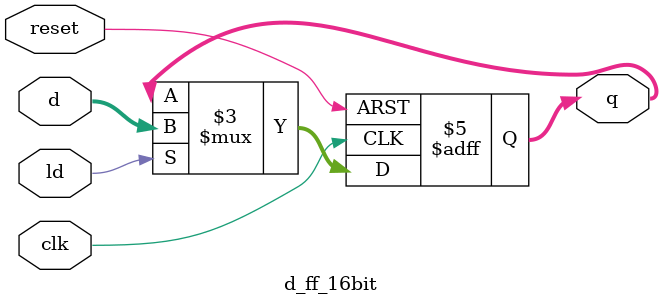
<source format=v>
`timescale 1ns / 1ps


module d_ff_16bit(clk, reset, d, ld ,q);
    input clk, reset, ld;
    input [15:0] d;
    output reg [15:0] q;
    
    
    always @ (posedge clk or posedge reset) begin
        if (reset) q <= 16'b0; 
        else begin
            if(ld) q <= d;
            else   q <= q;
        end
    end

endmodule

</source>
